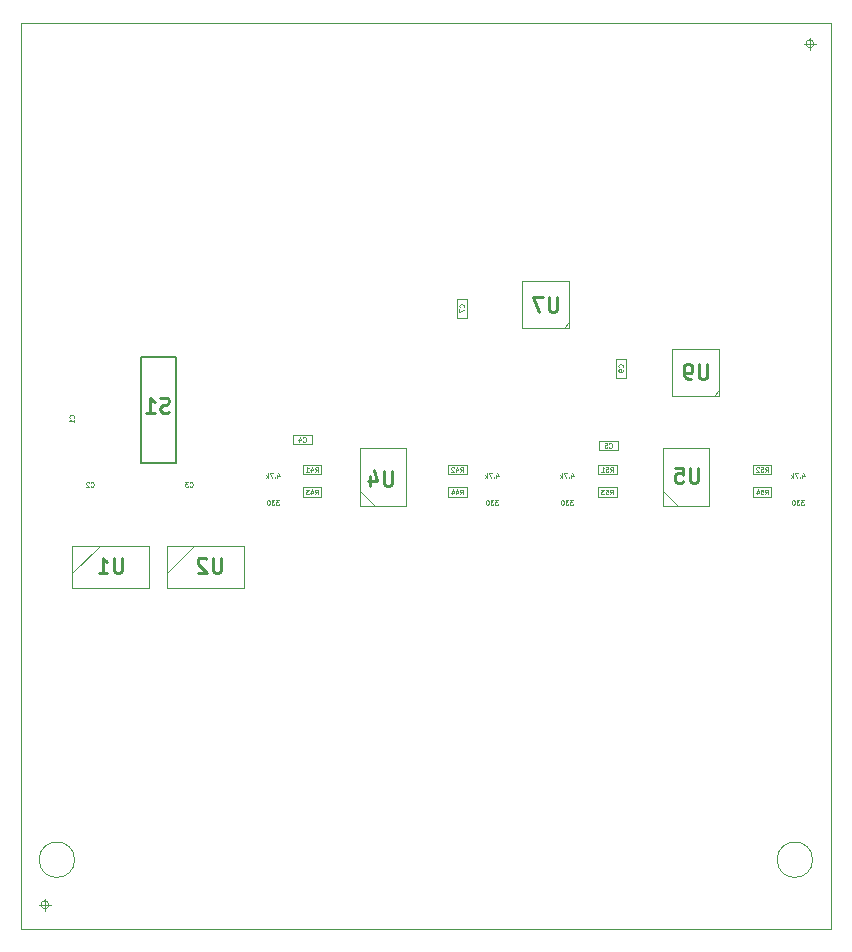
<source format=gbr>
%TF.GenerationSoftware,KiCad,Pcbnew,(5.1.5-0-10_14)*%
%TF.CreationDate,2020-01-10T14:35:19+01:00*%
%TF.ProjectId,adapter_hybrid_assister,61646170-7465-4725-9f68-79627269645f,rev?*%
%TF.SameCoordinates,PX6312cb0PY8accb70*%
%TF.FileFunction,Other,Fab,Bot*%
%FSLAX45Y45*%
G04 Gerber Fmt 4.5, Leading zero omitted, Abs format (unit mm)*
G04 Created by KiCad (PCBNEW (5.1.5-0-10_14)) date 2020-01-10 14:35:19*
%MOMM*%
%LPD*%
G04 APERTURE LIST*
%TA.AperFunction,Profile*%
%ADD10C,0.050000*%
%TD*%
%TA.AperFunction,Profile*%
%ADD11C,0.100000*%
%TD*%
%ADD12C,0.100000*%
%ADD13C,0.200000*%
%ADD14C,0.060000*%
%ADD15C,0.254000*%
G04 APERTURE END LIST*
D10*
X6713533Y7493000D02*
G75*
G03X6713533Y7493000I-33333J0D01*
G01*
X6630200Y7493000D02*
X6730200Y7493000D01*
X6680200Y7543000D02*
X6680200Y7443000D01*
X236533Y203200D02*
G75*
G03X236533Y203200I-33333J0D01*
G01*
X153200Y203200D02*
X253200Y203200D01*
X203200Y253200D02*
X203200Y153200D01*
X454800Y584200D02*
G75*
G03X454800Y584200I-150000J0D01*
G01*
X6703200Y584200D02*
G75*
G03X6703200Y584200I-150000J0D01*
G01*
X0Y0D02*
X0Y7670800D01*
X6858000Y7670800D02*
X6858000Y0D01*
D11*
X0Y7670800D02*
X6858000Y7670800D01*
X6858000Y0D02*
X0Y0D01*
D12*
%TO.C,C4*%
X2303800Y4100200D02*
X2303800Y4180200D01*
X2463800Y4100200D02*
X2303800Y4100200D01*
X2463800Y4180200D02*
X2463800Y4100200D01*
X2303800Y4180200D02*
X2463800Y4180200D01*
%TO.C,C5*%
X4894600Y4049400D02*
X4894600Y4129400D01*
X5054600Y4049400D02*
X4894600Y4049400D01*
X5054600Y4129400D02*
X5054600Y4049400D01*
X4894600Y4129400D02*
X5054600Y4129400D01*
%TO.C,C7*%
X3693800Y5334000D02*
X3773800Y5334000D01*
X3693800Y5174000D02*
X3693800Y5334000D01*
X3773800Y5174000D02*
X3693800Y5174000D01*
X3773800Y5334000D02*
X3773800Y5174000D01*
%TO.C,C9*%
X5040000Y4826000D02*
X5120000Y4826000D01*
X5040000Y4666000D02*
X5040000Y4826000D01*
X5120000Y4666000D02*
X5040000Y4666000D01*
X5120000Y4826000D02*
X5120000Y4666000D01*
%TO.C,U7*%
X4595000Y5083200D02*
X4645000Y5133200D01*
X4245000Y5083200D02*
X4645000Y5083200D01*
X4245000Y5483200D02*
X4245000Y5083200D01*
X4645000Y5483200D02*
X4245000Y5483200D01*
X4645000Y5083200D02*
X4645000Y5483200D01*
%TO.C,U9*%
X5865000Y4511700D02*
X5915000Y4561700D01*
X5515000Y4511700D02*
X5915000Y4511700D01*
X5515000Y4911700D02*
X5515000Y4511700D01*
X5915000Y4911700D02*
X5515000Y4911700D01*
X5915000Y4511700D02*
X5915000Y4911700D01*
%TO.C,R41*%
X2545000Y3926200D02*
X2385000Y3926200D01*
X2545000Y3846200D02*
X2545000Y3926200D01*
X2385000Y3846200D02*
X2545000Y3846200D01*
X2385000Y3926200D02*
X2385000Y3846200D01*
%TO.C,R42*%
X3614500Y3846200D02*
X3774500Y3846200D01*
X3614500Y3926200D02*
X3614500Y3846200D01*
X3774500Y3926200D02*
X3614500Y3926200D01*
X3774500Y3846200D02*
X3774500Y3926200D01*
%TO.C,R43*%
X2545000Y3735700D02*
X2385000Y3735700D01*
X2545000Y3655700D02*
X2545000Y3735700D01*
X2385000Y3655700D02*
X2545000Y3655700D01*
X2385000Y3735700D02*
X2385000Y3655700D01*
%TO.C,R44*%
X3614500Y3655700D02*
X3774500Y3655700D01*
X3614500Y3735700D02*
X3614500Y3655700D01*
X3774500Y3735700D02*
X3614500Y3735700D01*
X3774500Y3655700D02*
X3774500Y3735700D01*
%TO.C,R51*%
X5044500Y3926200D02*
X4884500Y3926200D01*
X5044500Y3846200D02*
X5044500Y3926200D01*
X4884500Y3846200D02*
X5044500Y3846200D01*
X4884500Y3926200D02*
X4884500Y3846200D01*
%TO.C,R52*%
X6195000Y3846200D02*
X6355000Y3846200D01*
X6195000Y3926200D02*
X6195000Y3846200D01*
X6355000Y3926200D02*
X6195000Y3926200D01*
X6355000Y3846200D02*
X6355000Y3926200D01*
%TO.C,R53*%
X5044500Y3735700D02*
X4884500Y3735700D01*
X5044500Y3655700D02*
X5044500Y3735700D01*
X4884500Y3655700D02*
X5044500Y3655700D01*
X4884500Y3735700D02*
X4884500Y3655700D01*
%TO.C,R54*%
X6195000Y3655700D02*
X6355000Y3655700D01*
X6195000Y3735700D02*
X6195000Y3655700D01*
X6355000Y3735700D02*
X6195000Y3735700D01*
X6355000Y3655700D02*
X6355000Y3735700D01*
D13*
%TO.C,S1*%
X1314000Y4844200D02*
X1014000Y4844200D01*
X1314000Y3944200D02*
X1314000Y4844200D01*
X1014000Y3944200D02*
X1314000Y3944200D01*
X1014000Y4844200D02*
X1014000Y3944200D01*
D12*
%TO.C,U5*%
X5439600Y3704500D02*
X5566600Y3577500D01*
X5439600Y4067900D02*
X5439600Y3577500D01*
X5829200Y4067900D02*
X5439600Y4067900D01*
X5829200Y3577500D02*
X5829200Y4067900D01*
X5439600Y3577500D02*
X5829200Y3577500D01*
%TO.C,U4*%
X2870300Y3704500D02*
X2997300Y3577500D01*
X2870300Y4067900D02*
X2870300Y3577500D01*
X3259900Y4067900D02*
X2870300Y4067900D01*
X3259900Y3577500D02*
X3259900Y4067900D01*
X2870300Y3577500D02*
X3259900Y3577500D01*
%TO.C,U2*%
X1468500Y3238200D02*
X1238500Y3008200D01*
X1888500Y3238200D02*
X1238500Y3238200D01*
X1888500Y2888200D02*
X1888500Y3238200D01*
X1238500Y2888200D02*
X1888500Y2888200D01*
X1238500Y3238200D02*
X1238500Y2888200D01*
%TO.C,U1*%
X667000Y3238200D02*
X437000Y3008200D01*
X1087000Y3238200D02*
X437000Y3238200D01*
X1087000Y2888200D02*
X1087000Y3238200D01*
X437000Y2888200D02*
X1087000Y2888200D01*
X437000Y3238200D02*
X437000Y2888200D01*
%TD*%
%TO.C,C4*%
D14*
X2390467Y4125914D02*
X2392371Y4124010D01*
X2398086Y4122105D01*
X2401895Y4122105D01*
X2407610Y4124010D01*
X2411419Y4127819D01*
X2413324Y4131629D01*
X2415229Y4139248D01*
X2415229Y4144962D01*
X2413324Y4152581D01*
X2411419Y4156390D01*
X2407610Y4160200D01*
X2401895Y4162105D01*
X2398086Y4162105D01*
X2392371Y4160200D01*
X2390467Y4158295D01*
X2356181Y4148771D02*
X2356181Y4122105D01*
X2365705Y4164010D02*
X2375229Y4135438D01*
X2350467Y4135438D01*
%TO.C,C5*%
X4981267Y4075114D02*
X4983171Y4073210D01*
X4988886Y4071305D01*
X4992695Y4071305D01*
X4998410Y4073210D01*
X5002219Y4077019D01*
X5004124Y4080829D01*
X5006029Y4088448D01*
X5006029Y4094162D01*
X5004124Y4101781D01*
X5002219Y4105590D01*
X4998410Y4109400D01*
X4992695Y4111305D01*
X4988886Y4111305D01*
X4983171Y4109400D01*
X4981267Y4107495D01*
X4945076Y4111305D02*
X4964124Y4111305D01*
X4966029Y4092257D01*
X4964124Y4094162D01*
X4960314Y4096067D01*
X4950790Y4096067D01*
X4946981Y4094162D01*
X4945076Y4092257D01*
X4943171Y4088448D01*
X4943171Y4078924D01*
X4945076Y4075114D01*
X4946981Y4073210D01*
X4950790Y4071305D01*
X4960314Y4071305D01*
X4964124Y4073210D01*
X4966029Y4075114D01*
%TO.C,C7*%
X3748086Y5260667D02*
X3749990Y5262572D01*
X3751895Y5268286D01*
X3751895Y5272095D01*
X3749990Y5277810D01*
X3746181Y5281619D01*
X3742371Y5283524D01*
X3734752Y5285429D01*
X3729038Y5285429D01*
X3721419Y5283524D01*
X3717609Y5281619D01*
X3713800Y5277810D01*
X3711895Y5272095D01*
X3711895Y5268286D01*
X3713800Y5262572D01*
X3715705Y5260667D01*
X3711895Y5247333D02*
X3711895Y5220667D01*
X3751895Y5237810D01*
%TO.C,C9*%
X5094286Y4752667D02*
X5096190Y4754572D01*
X5098095Y4760286D01*
X5098095Y4764095D01*
X5096190Y4769810D01*
X5092381Y4773619D01*
X5088571Y4775524D01*
X5080952Y4777429D01*
X5075238Y4777429D01*
X5067619Y4775524D01*
X5063810Y4773619D01*
X5060000Y4769810D01*
X5058095Y4764095D01*
X5058095Y4760286D01*
X5060000Y4754572D01*
X5061905Y4752667D01*
X5098095Y4733619D02*
X5098095Y4726000D01*
X5096190Y4722191D01*
X5094286Y4720286D01*
X5088571Y4716476D01*
X5080952Y4714572D01*
X5065714Y4714572D01*
X5061905Y4716476D01*
X5060000Y4718381D01*
X5058095Y4722191D01*
X5058095Y4729810D01*
X5060000Y4733619D01*
X5061905Y4735524D01*
X5065714Y4737429D01*
X5075238Y4737429D01*
X5079048Y4735524D01*
X5080952Y4733619D01*
X5082857Y4729810D01*
X5082857Y4722191D01*
X5080952Y4718381D01*
X5079048Y4716476D01*
X5075238Y4714572D01*
%TO.C,U7*%
D15*
X4541762Y5352748D02*
X4541762Y5249938D01*
X4535714Y5237843D01*
X4529667Y5231795D01*
X4517571Y5225748D01*
X4493381Y5225748D01*
X4481286Y5231795D01*
X4475238Y5237843D01*
X4469190Y5249938D01*
X4469190Y5352748D01*
X4420810Y5352748D02*
X4336143Y5352748D01*
X4390571Y5225748D01*
%TO.C,U9*%
X5811762Y4781248D02*
X5811762Y4678438D01*
X5805714Y4666343D01*
X5799667Y4660295D01*
X5787571Y4654248D01*
X5763381Y4654248D01*
X5751286Y4660295D01*
X5745238Y4666343D01*
X5739190Y4678438D01*
X5739190Y4781248D01*
X5672667Y4654248D02*
X5648476Y4654248D01*
X5636381Y4660295D01*
X5630333Y4666343D01*
X5618238Y4684486D01*
X5612190Y4708676D01*
X5612190Y4757057D01*
X5618238Y4769152D01*
X5624286Y4775200D01*
X5636381Y4781248D01*
X5660571Y4781248D01*
X5672667Y4775200D01*
X5678714Y4769152D01*
X5684762Y4757057D01*
X5684762Y4726819D01*
X5678714Y4714724D01*
X5672667Y4708676D01*
X5660571Y4702629D01*
X5636381Y4702629D01*
X5624286Y4708676D01*
X5618238Y4714724D01*
X5612190Y4726819D01*
%TO.C,R41*%
D14*
X2170743Y3843971D02*
X2170743Y3817305D01*
X2180267Y3859210D02*
X2189790Y3830638D01*
X2165029Y3830638D01*
X2149790Y3821114D02*
X2147886Y3819210D01*
X2149790Y3817305D01*
X2151695Y3819210D01*
X2149790Y3821114D01*
X2149790Y3817305D01*
X2134552Y3857305D02*
X2107886Y3857305D01*
X2125029Y3817305D01*
X2092648Y3817305D02*
X2092648Y3857305D01*
X2088838Y3832543D02*
X2077409Y3817305D01*
X2077409Y3843971D02*
X2092648Y3828733D01*
X2490714Y3868105D02*
X2504048Y3887152D01*
X2513571Y3868105D02*
X2513571Y3908105D01*
X2498333Y3908105D01*
X2494524Y3906200D01*
X2492619Y3904295D01*
X2490714Y3900486D01*
X2490714Y3894771D01*
X2492619Y3890962D01*
X2494524Y3889057D01*
X2498333Y3887152D01*
X2513571Y3887152D01*
X2456429Y3894771D02*
X2456429Y3868105D01*
X2465952Y3910010D02*
X2475476Y3881438D01*
X2450714Y3881438D01*
X2414524Y3868105D02*
X2437381Y3868105D01*
X2425952Y3868105D02*
X2425952Y3908105D01*
X2429762Y3902390D01*
X2433571Y3898581D01*
X2437381Y3896676D01*
%TO.C,R42*%
X4024943Y3843971D02*
X4024943Y3817305D01*
X4034467Y3859210D02*
X4043990Y3830638D01*
X4019228Y3830638D01*
X4003990Y3821114D02*
X4002086Y3819210D01*
X4003990Y3817305D01*
X4005895Y3819210D01*
X4003990Y3821114D01*
X4003990Y3817305D01*
X3988752Y3857305D02*
X3962086Y3857305D01*
X3979228Y3817305D01*
X3946848Y3817305D02*
X3946848Y3857305D01*
X3943038Y3832543D02*
X3931609Y3817305D01*
X3931609Y3843971D02*
X3946848Y3828733D01*
X3720214Y3868105D02*
X3733548Y3887152D01*
X3743071Y3868105D02*
X3743071Y3908105D01*
X3727833Y3908105D01*
X3724024Y3906200D01*
X3722119Y3904295D01*
X3720214Y3900486D01*
X3720214Y3894771D01*
X3722119Y3890962D01*
X3724024Y3889057D01*
X3727833Y3887152D01*
X3743071Y3887152D01*
X3685928Y3894771D02*
X3685928Y3868105D01*
X3695452Y3910010D02*
X3704976Y3881438D01*
X3680214Y3881438D01*
X3666881Y3904295D02*
X3664976Y3906200D01*
X3661167Y3908105D01*
X3651643Y3908105D01*
X3647833Y3906200D01*
X3645928Y3904295D01*
X3644024Y3900486D01*
X3644024Y3896676D01*
X3645928Y3890962D01*
X3668786Y3868105D01*
X3644024Y3868105D01*
%TO.C,R43*%
X2185029Y3628705D02*
X2160267Y3628705D01*
X2173600Y3613467D01*
X2167886Y3613467D01*
X2164076Y3611562D01*
X2162171Y3609657D01*
X2160267Y3605848D01*
X2160267Y3596324D01*
X2162171Y3592514D01*
X2164076Y3590610D01*
X2167886Y3588705D01*
X2179314Y3588705D01*
X2183124Y3590610D01*
X2185029Y3592514D01*
X2146933Y3628705D02*
X2122171Y3628705D01*
X2135505Y3613467D01*
X2129790Y3613467D01*
X2125981Y3611562D01*
X2124076Y3609657D01*
X2122171Y3605848D01*
X2122171Y3596324D01*
X2124076Y3592514D01*
X2125981Y3590610D01*
X2129790Y3588705D01*
X2141219Y3588705D01*
X2145029Y3590610D01*
X2146933Y3592514D01*
X2097410Y3628705D02*
X2093600Y3628705D01*
X2089790Y3626800D01*
X2087886Y3624895D01*
X2085981Y3621086D01*
X2084076Y3613467D01*
X2084076Y3603943D01*
X2085981Y3596324D01*
X2087886Y3592514D01*
X2089790Y3590610D01*
X2093600Y3588705D01*
X2097410Y3588705D01*
X2101219Y3590610D01*
X2103124Y3592514D01*
X2105029Y3596324D01*
X2106933Y3603943D01*
X2106933Y3613467D01*
X2105029Y3621086D01*
X2103124Y3624895D01*
X2101219Y3626800D01*
X2097410Y3628705D01*
X2490714Y3677605D02*
X2504048Y3696652D01*
X2513571Y3677605D02*
X2513571Y3717605D01*
X2498333Y3717605D01*
X2494524Y3715700D01*
X2492619Y3713795D01*
X2490714Y3709986D01*
X2490714Y3704271D01*
X2492619Y3700462D01*
X2494524Y3698557D01*
X2498333Y3696652D01*
X2513571Y3696652D01*
X2456429Y3704271D02*
X2456429Y3677605D01*
X2465952Y3719510D02*
X2475476Y3690938D01*
X2450714Y3690938D01*
X2439286Y3717605D02*
X2414524Y3717605D01*
X2427857Y3702367D01*
X2422143Y3702367D01*
X2418333Y3700462D01*
X2416429Y3698557D01*
X2414524Y3694748D01*
X2414524Y3685224D01*
X2416429Y3681414D01*
X2418333Y3679510D01*
X2422143Y3677605D01*
X2433571Y3677605D01*
X2437381Y3679510D01*
X2439286Y3681414D01*
%TO.C,R44*%
X4039228Y3628705D02*
X4014467Y3628705D01*
X4027800Y3613467D01*
X4022086Y3613467D01*
X4018276Y3611562D01*
X4016371Y3609657D01*
X4014467Y3605848D01*
X4014467Y3596324D01*
X4016371Y3592514D01*
X4018276Y3590610D01*
X4022086Y3588705D01*
X4033514Y3588705D01*
X4037324Y3590610D01*
X4039228Y3592514D01*
X4001133Y3628705D02*
X3976371Y3628705D01*
X3989705Y3613467D01*
X3983990Y3613467D01*
X3980181Y3611562D01*
X3978276Y3609657D01*
X3976371Y3605848D01*
X3976371Y3596324D01*
X3978276Y3592514D01*
X3980181Y3590610D01*
X3983990Y3588705D01*
X3995419Y3588705D01*
X3999228Y3590610D01*
X4001133Y3592514D01*
X3951609Y3628705D02*
X3947800Y3628705D01*
X3943990Y3626800D01*
X3942086Y3624895D01*
X3940181Y3621086D01*
X3938276Y3613467D01*
X3938276Y3603943D01*
X3940181Y3596324D01*
X3942086Y3592514D01*
X3943990Y3590610D01*
X3947800Y3588705D01*
X3951609Y3588705D01*
X3955419Y3590610D01*
X3957324Y3592514D01*
X3959228Y3596324D01*
X3961133Y3603943D01*
X3961133Y3613467D01*
X3959228Y3621086D01*
X3957324Y3624895D01*
X3955419Y3626800D01*
X3951609Y3628705D01*
X3720214Y3677605D02*
X3733548Y3696652D01*
X3743071Y3677605D02*
X3743071Y3717605D01*
X3727833Y3717605D01*
X3724024Y3715700D01*
X3722119Y3713795D01*
X3720214Y3709986D01*
X3720214Y3704271D01*
X3722119Y3700462D01*
X3724024Y3698557D01*
X3727833Y3696652D01*
X3743071Y3696652D01*
X3685928Y3704271D02*
X3685928Y3677605D01*
X3695452Y3719510D02*
X3704976Y3690938D01*
X3680214Y3690938D01*
X3647833Y3704271D02*
X3647833Y3677605D01*
X3657357Y3719510D02*
X3666881Y3690938D01*
X3642119Y3690938D01*
%TO.C,R51*%
X4659943Y3843971D02*
X4659943Y3817305D01*
X4669467Y3859210D02*
X4678990Y3830638D01*
X4654229Y3830638D01*
X4638990Y3821114D02*
X4637086Y3819210D01*
X4638990Y3817305D01*
X4640895Y3819210D01*
X4638990Y3821114D01*
X4638990Y3817305D01*
X4623752Y3857305D02*
X4597086Y3857305D01*
X4614229Y3817305D01*
X4581848Y3817305D02*
X4581848Y3857305D01*
X4578038Y3832543D02*
X4566610Y3817305D01*
X4566610Y3843971D02*
X4581848Y3828733D01*
X4990214Y3868105D02*
X5003548Y3887152D01*
X5013071Y3868105D02*
X5013071Y3908105D01*
X4997833Y3908105D01*
X4994024Y3906200D01*
X4992119Y3904295D01*
X4990214Y3900486D01*
X4990214Y3894771D01*
X4992119Y3890962D01*
X4994024Y3889057D01*
X4997833Y3887152D01*
X5013071Y3887152D01*
X4954024Y3908105D02*
X4973071Y3908105D01*
X4974976Y3889057D01*
X4973071Y3890962D01*
X4969262Y3892867D01*
X4959738Y3892867D01*
X4955929Y3890962D01*
X4954024Y3889057D01*
X4952119Y3885248D01*
X4952119Y3875724D01*
X4954024Y3871914D01*
X4955929Y3870010D01*
X4959738Y3868105D01*
X4969262Y3868105D01*
X4973071Y3870010D01*
X4974976Y3871914D01*
X4914024Y3868105D02*
X4936881Y3868105D01*
X4925452Y3868105D02*
X4925452Y3908105D01*
X4929262Y3902390D01*
X4933071Y3898581D01*
X4936881Y3896676D01*
%TO.C,R52*%
X6615743Y3843971D02*
X6615743Y3817305D01*
X6625267Y3859210D02*
X6634790Y3830638D01*
X6610028Y3830638D01*
X6594790Y3821114D02*
X6592886Y3819210D01*
X6594790Y3817305D01*
X6596695Y3819210D01*
X6594790Y3821114D01*
X6594790Y3817305D01*
X6579552Y3857305D02*
X6552886Y3857305D01*
X6570028Y3817305D01*
X6537648Y3817305D02*
X6537648Y3857305D01*
X6533838Y3832543D02*
X6522409Y3817305D01*
X6522409Y3843971D02*
X6537648Y3828733D01*
X6300714Y3868105D02*
X6314048Y3887152D01*
X6323571Y3868105D02*
X6323571Y3908105D01*
X6308333Y3908105D01*
X6304524Y3906200D01*
X6302619Y3904295D01*
X6300714Y3900486D01*
X6300714Y3894771D01*
X6302619Y3890962D01*
X6304524Y3889057D01*
X6308333Y3887152D01*
X6323571Y3887152D01*
X6264524Y3908105D02*
X6283571Y3908105D01*
X6285476Y3889057D01*
X6283571Y3890962D01*
X6279762Y3892867D01*
X6270238Y3892867D01*
X6266428Y3890962D01*
X6264524Y3889057D01*
X6262619Y3885248D01*
X6262619Y3875724D01*
X6264524Y3871914D01*
X6266428Y3870010D01*
X6270238Y3868105D01*
X6279762Y3868105D01*
X6283571Y3870010D01*
X6285476Y3871914D01*
X6247381Y3904295D02*
X6245476Y3906200D01*
X6241667Y3908105D01*
X6232143Y3908105D01*
X6228333Y3906200D01*
X6226428Y3904295D01*
X6224524Y3900486D01*
X6224524Y3896676D01*
X6226428Y3890962D01*
X6249286Y3868105D01*
X6224524Y3868105D01*
%TO.C,R53*%
X4674229Y3628705D02*
X4649467Y3628705D01*
X4662800Y3613467D01*
X4657086Y3613467D01*
X4653276Y3611562D01*
X4651371Y3609657D01*
X4649467Y3605848D01*
X4649467Y3596324D01*
X4651371Y3592514D01*
X4653276Y3590610D01*
X4657086Y3588705D01*
X4668514Y3588705D01*
X4672324Y3590610D01*
X4674229Y3592514D01*
X4636133Y3628705D02*
X4611371Y3628705D01*
X4624705Y3613467D01*
X4618990Y3613467D01*
X4615181Y3611562D01*
X4613276Y3609657D01*
X4611371Y3605848D01*
X4611371Y3596324D01*
X4613276Y3592514D01*
X4615181Y3590610D01*
X4618990Y3588705D01*
X4630419Y3588705D01*
X4634229Y3590610D01*
X4636133Y3592514D01*
X4586610Y3628705D02*
X4582800Y3628705D01*
X4578990Y3626800D01*
X4577086Y3624895D01*
X4575181Y3621086D01*
X4573276Y3613467D01*
X4573276Y3603943D01*
X4575181Y3596324D01*
X4577086Y3592514D01*
X4578990Y3590610D01*
X4582800Y3588705D01*
X4586610Y3588705D01*
X4590419Y3590610D01*
X4592324Y3592514D01*
X4594229Y3596324D01*
X4596133Y3603943D01*
X4596133Y3613467D01*
X4594229Y3621086D01*
X4592324Y3624895D01*
X4590419Y3626800D01*
X4586610Y3628705D01*
X4990214Y3677605D02*
X5003548Y3696652D01*
X5013071Y3677605D02*
X5013071Y3717605D01*
X4997833Y3717605D01*
X4994024Y3715700D01*
X4992119Y3713795D01*
X4990214Y3709986D01*
X4990214Y3704271D01*
X4992119Y3700462D01*
X4994024Y3698557D01*
X4997833Y3696652D01*
X5013071Y3696652D01*
X4954024Y3717605D02*
X4973071Y3717605D01*
X4974976Y3698557D01*
X4973071Y3700462D01*
X4969262Y3702367D01*
X4959738Y3702367D01*
X4955929Y3700462D01*
X4954024Y3698557D01*
X4952119Y3694748D01*
X4952119Y3685224D01*
X4954024Y3681414D01*
X4955929Y3679510D01*
X4959738Y3677605D01*
X4969262Y3677605D01*
X4973071Y3679510D01*
X4974976Y3681414D01*
X4938786Y3717605D02*
X4914024Y3717605D01*
X4927357Y3702367D01*
X4921643Y3702367D01*
X4917833Y3700462D01*
X4915929Y3698557D01*
X4914024Y3694748D01*
X4914024Y3685224D01*
X4915929Y3681414D01*
X4917833Y3679510D01*
X4921643Y3677605D01*
X4933071Y3677605D01*
X4936881Y3679510D01*
X4938786Y3681414D01*
%TO.C,R54*%
X6630028Y3628705D02*
X6605267Y3628705D01*
X6618600Y3613467D01*
X6612886Y3613467D01*
X6609076Y3611562D01*
X6607171Y3609657D01*
X6605267Y3605848D01*
X6605267Y3596324D01*
X6607171Y3592514D01*
X6609076Y3590610D01*
X6612886Y3588705D01*
X6624314Y3588705D01*
X6628124Y3590610D01*
X6630028Y3592514D01*
X6591933Y3628705D02*
X6567171Y3628705D01*
X6580505Y3613467D01*
X6574790Y3613467D01*
X6570981Y3611562D01*
X6569076Y3609657D01*
X6567171Y3605848D01*
X6567171Y3596324D01*
X6569076Y3592514D01*
X6570981Y3590610D01*
X6574790Y3588705D01*
X6586219Y3588705D01*
X6590028Y3590610D01*
X6591933Y3592514D01*
X6542409Y3628705D02*
X6538600Y3628705D01*
X6534790Y3626800D01*
X6532886Y3624895D01*
X6530981Y3621086D01*
X6529076Y3613467D01*
X6529076Y3603943D01*
X6530981Y3596324D01*
X6532886Y3592514D01*
X6534790Y3590610D01*
X6538600Y3588705D01*
X6542409Y3588705D01*
X6546219Y3590610D01*
X6548124Y3592514D01*
X6550028Y3596324D01*
X6551933Y3603943D01*
X6551933Y3613467D01*
X6550028Y3621086D01*
X6548124Y3624895D01*
X6546219Y3626800D01*
X6542409Y3628705D01*
X6300714Y3677605D02*
X6314048Y3696652D01*
X6323571Y3677605D02*
X6323571Y3717605D01*
X6308333Y3717605D01*
X6304524Y3715700D01*
X6302619Y3713795D01*
X6300714Y3709986D01*
X6300714Y3704271D01*
X6302619Y3700462D01*
X6304524Y3698557D01*
X6308333Y3696652D01*
X6323571Y3696652D01*
X6264524Y3717605D02*
X6283571Y3717605D01*
X6285476Y3698557D01*
X6283571Y3700462D01*
X6279762Y3702367D01*
X6270238Y3702367D01*
X6266428Y3700462D01*
X6264524Y3698557D01*
X6262619Y3694748D01*
X6262619Y3685224D01*
X6264524Y3681414D01*
X6266428Y3679510D01*
X6270238Y3677605D01*
X6279762Y3677605D01*
X6283571Y3679510D01*
X6285476Y3681414D01*
X6228333Y3704271D02*
X6228333Y3677605D01*
X6237857Y3719510D02*
X6247381Y3690938D01*
X6222619Y3690938D01*
%TO.C,C2*%
X590867Y3744914D02*
X592771Y3743010D01*
X598486Y3741105D01*
X602295Y3741105D01*
X608010Y3743010D01*
X611819Y3746819D01*
X613724Y3750629D01*
X615629Y3758248D01*
X615629Y3763962D01*
X613724Y3771581D01*
X611819Y3775390D01*
X608010Y3779200D01*
X602295Y3781105D01*
X598486Y3781105D01*
X592771Y3779200D01*
X590867Y3777295D01*
X575629Y3777295D02*
X573724Y3779200D01*
X569914Y3781105D01*
X560390Y3781105D01*
X556581Y3779200D01*
X554676Y3777295D01*
X552771Y3773486D01*
X552771Y3769676D01*
X554676Y3763962D01*
X577533Y3741105D01*
X552771Y3741105D01*
%TO.C,C3*%
X1429067Y3744914D02*
X1430971Y3743010D01*
X1436686Y3741105D01*
X1440495Y3741105D01*
X1446209Y3743010D01*
X1450019Y3746819D01*
X1451924Y3750629D01*
X1453828Y3758248D01*
X1453828Y3763962D01*
X1451924Y3771581D01*
X1450019Y3775390D01*
X1446209Y3779200D01*
X1440495Y3781105D01*
X1436686Y3781105D01*
X1430971Y3779200D01*
X1429067Y3777295D01*
X1415733Y3781105D02*
X1390971Y3781105D01*
X1404305Y3765867D01*
X1398590Y3765867D01*
X1394781Y3763962D01*
X1392876Y3762057D01*
X1390971Y3758248D01*
X1390971Y3748724D01*
X1392876Y3744914D01*
X1394781Y3743010D01*
X1398590Y3741105D01*
X1410019Y3741105D01*
X1413828Y3743010D01*
X1415733Y3744914D01*
%TO.C,C1*%
X446086Y4324667D02*
X447990Y4326572D01*
X449895Y4332286D01*
X449895Y4336095D01*
X447990Y4341810D01*
X444181Y4345619D01*
X440371Y4347524D01*
X432752Y4349429D01*
X427038Y4349429D01*
X419419Y4347524D01*
X415609Y4345619D01*
X411800Y4341810D01*
X409895Y4336095D01*
X409895Y4332286D01*
X411800Y4326572D01*
X413705Y4324667D01*
X449895Y4286572D02*
X449895Y4309429D01*
X449895Y4298000D02*
X409895Y4298000D01*
X415609Y4301810D01*
X419419Y4305619D01*
X421324Y4309429D01*
%TO.C,S1*%
D15*
X1253962Y4376295D02*
X1235819Y4370248D01*
X1205581Y4370248D01*
X1193486Y4376295D01*
X1187438Y4382343D01*
X1181390Y4394438D01*
X1181390Y4406533D01*
X1187438Y4418629D01*
X1193486Y4424676D01*
X1205581Y4430724D01*
X1229771Y4436772D01*
X1241867Y4442819D01*
X1247914Y4448867D01*
X1253962Y4460962D01*
X1253962Y4473057D01*
X1247914Y4485152D01*
X1241867Y4491200D01*
X1229771Y4497248D01*
X1199533Y4497248D01*
X1181390Y4491200D01*
X1060438Y4370248D02*
X1133010Y4370248D01*
X1096724Y4370248D02*
X1096724Y4497248D01*
X1108819Y4479105D01*
X1120914Y4467010D01*
X1133010Y4460962D01*
%TO.C,U5*%
X5735562Y3904948D02*
X5735562Y3802138D01*
X5729514Y3790043D01*
X5723467Y3783995D01*
X5711371Y3777948D01*
X5687181Y3777948D01*
X5675086Y3783995D01*
X5669038Y3790043D01*
X5662990Y3802138D01*
X5662990Y3904948D01*
X5542038Y3904948D02*
X5602514Y3904948D01*
X5608562Y3844471D01*
X5602514Y3850519D01*
X5590419Y3856567D01*
X5560181Y3856567D01*
X5548086Y3850519D01*
X5542038Y3844471D01*
X5535990Y3832376D01*
X5535990Y3802138D01*
X5542038Y3790043D01*
X5548086Y3783995D01*
X5560181Y3777948D01*
X5590419Y3777948D01*
X5602514Y3783995D01*
X5608562Y3790043D01*
%TO.C,U4*%
X3144762Y3879548D02*
X3144762Y3776738D01*
X3138714Y3764643D01*
X3132667Y3758595D01*
X3120571Y3752548D01*
X3096381Y3752548D01*
X3084286Y3758595D01*
X3078238Y3764643D01*
X3072190Y3776738D01*
X3072190Y3879548D01*
X2957286Y3837214D02*
X2957286Y3752548D01*
X2987524Y3885595D02*
X3017762Y3794881D01*
X2939143Y3794881D01*
%TO.C,U2*%
X1696962Y3142948D02*
X1696962Y3040138D01*
X1690914Y3028043D01*
X1684867Y3021995D01*
X1672771Y3015948D01*
X1648581Y3015948D01*
X1636486Y3021995D01*
X1630438Y3028043D01*
X1624390Y3040138D01*
X1624390Y3142948D01*
X1569962Y3130852D02*
X1563914Y3136900D01*
X1551819Y3142948D01*
X1521581Y3142948D01*
X1509486Y3136900D01*
X1503438Y3130852D01*
X1497390Y3118757D01*
X1497390Y3106662D01*
X1503438Y3088519D01*
X1576009Y3015948D01*
X1497390Y3015948D01*
%TO.C,U1*%
X858762Y3142948D02*
X858762Y3040138D01*
X852714Y3028043D01*
X846667Y3021995D01*
X834571Y3015948D01*
X810381Y3015948D01*
X798286Y3021995D01*
X792238Y3028043D01*
X786190Y3040138D01*
X786190Y3142948D01*
X659190Y3015948D02*
X731762Y3015948D01*
X695476Y3015948D02*
X695476Y3142948D01*
X707571Y3124805D01*
X719667Y3112710D01*
X731762Y3106662D01*
%TD*%
M02*

</source>
